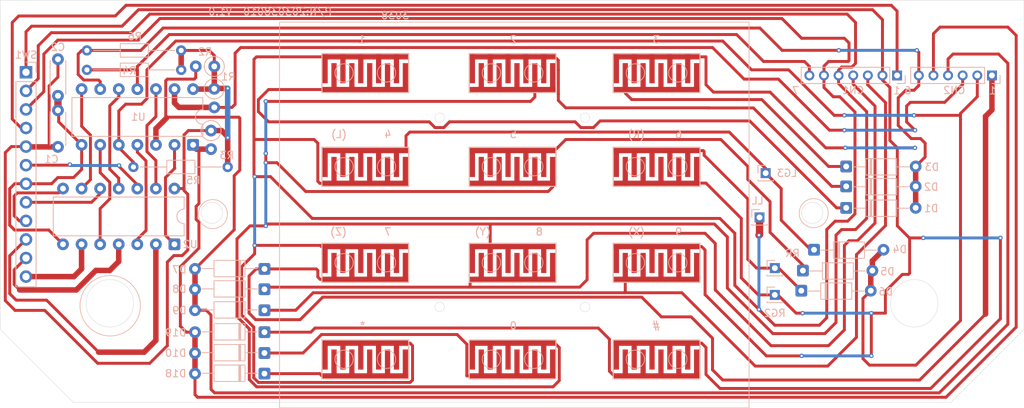
<source format=kicad_pcb>
(kicad_pcb (version 20241229) (generator "pcbnew") (generator_version "9.0")
  (layers (0 "F.Cu" signal) (2 "B.Cu" signal) (13 "F.Paste" user) (15 "B.Paste" user) (5 "F.SilkS" user "F.Silkscreen") (7 "B.SilkS" user "B.Silkscreen") (1 "F.Mask" user) (3 "B.Mask" user) (25 "Edge.Cuts" user))
  (net 0 "")
  (net 1 "GND")
  (net 2 "+5V")
  (net 3 "Y")
  (net 4 "X")
  (net 5 "Colunm 3")
  (net 6 "R2")
  (net 7 "Column 2")
  (net 8 "Column 1")
  (net 9 "Column 4")
  (net 10 "Z")
  (net 11 "R1")
  (net 12 "R4")
  (net 13 "R5")
  (net 14 "R3")
  (net 15 "R6")
  (net 16 "Net-(D1-K)")
  (net 17 "Net-(D2-K)")
  (net 18 "Net-(D3-K)")
  (net 19 "Net-(D4-K)")
  (net 20 "Net-(D5-K)")
  (net 21 "Net-(D6-K)")
  (net 22 "Net-(D10-K)")
  (net 23 "Net-(D18-K)")
  (net 24 "Net-(D19-K)")
  (net 25 "Row 2")
  (net 26 "Row 4")
  (net 27 "Row 3")
  (net 28 "Row 1")
  (net 29 "Row 5")
  (net 30 "Row 6")
  (net 31 "Net-(U1-Pad12)")
  (net 32 "Net-(U1-Pad4)")
  (net 33 "Net-(U1-Pad2)")
  (net 34 "Net-(U1-Pad8)")
  (net 35 "Net-(U1-Pad6)")
  (net 36 "Net-(U1-Pad10)")
  (footprint "Evan's parts:jaguar pro keypad" (layer "F.Cu") (at 89.761 46.907)
    (property "Reference" "S12" (hide yes))
    (property "Value" "#")
  )
  (footprint "Evan's parts:jaguar pro keypad" (layer "F.Cu") (at 49.931 46.907)
    (property "Reference" "S4" (hide yes))
    (property "Value" "*")
  )
  (footprint "Evan's parts:jaguar pro keypad" (layer "F.Cu") (at 70.071 20.567)
    (property "Reference" "S5" (hide yes))
    (property "Value" "5")
  )
  (footprint "Evan's parts:jaguar pro keypad" (layer "F.Cu") (at 70.071 33.697)
    (property "Reference" "S7" (hide yes))
    (property "Value" "8")
  )
  (footprint "Evan's parts:jaguar pro keypad" (layer "F.Cu") (at 49.931 20.567)
    (property "Reference" "S2" (hide yes))
    (property "Value" "4")
  )
  (footprint "Evan's parts:jaguar pro keypad" (layer "F.Cu") (at 49.931 7.747)
    (property "Reference" "S1" (hide yes))
    (property "Value" "1")
  )
  (footprint "Evan's parts:jaguar pro keypad" (layer "F.Cu") (at 89.761 7.747)
    (property "Reference" "S10" (hide yes))
    (property "Value" "3")
  )
  (footprint "Evan's parts:jaguar pro keypad" (layer "F.Cu") (at 89.761 20.567)
    (property "Reference" "S9" (hide yes))
    (property "Value" "6")
  )
  (footprint "Evan's parts:jaguar pro keypad" (layer "F.Cu") (at 89.761 33.697)
    (property "Reference" "S11" (hide yes))
    (property "Value" "9")
  )
  (footprint "Evan's parts:jaguar pro keypad" (layer "F.Cu") (at 49.931 33.697)
    (property "Reference" "S3" (hide yes))
    (property "Value" "7")
  )
  (footprint "Evan's parts:jaguar pro keypad" (layer "F.Cu") (at 70.071 7.747)
    (property "Reference" "S6" (hide yes))
    (property "Value" "2")
  )
  (footprint "Evan's parts:jaguar pro keypad" (layer "F.Cu") (at 70.071 46.907)
    (property "Reference" "S8" (hide yes))
    (property "Value" "0")
  )
  (footprint "Connector_PinHeader_2.00mm:PinHeader_1x07_P2.00mm_Vertical" (layer "B.Cu") (at 122.65 10.29 90)
    (property "Reference" "CN1")
    (property "Value" "Conn_01x07")
  )
  (footprint "Evan's parts:D_DO-35_SOD27_P9.50mm_Horizontal" (layer "B.Cu") (at 36.14 45.4 180)
    (property "Reference" "D19")
    (property "Value" "1N4148")
  )
  (footprint "Connector_PinHeader_2.00mm:PinHeader_1x06_P2.00mm_Vertical" (layer "B.Cu") (at 135.62 10.29 90)
    (property "Reference" "CN2")
    (property "Value" "Conn_01x06")
  )
  (footprint "Evan's parts:D_DO-35_SOD27_P9.50mm_Horizontal" (layer "B.Cu") (at 115.69 28.4)
    (property "Reference" "D1")
    (property "Value" "1N4148")
  )
  (footprint "Evan's parts:D_DO-35_SOD27_P9.50mm_Horizontal" (layer "B.Cu") (at 36.14 39.53 180)
    (property "Reference" "D8")
    (property "Value" "1N4148")
  )
  (footprint "Evan's parts:R_Axial_DIN0204_L3.6mm_D1.6mm_P12.89mm_Horizontal" (layer "B.Cu") (at 31.11 22.81 180)
    (property "Reference" "R5")
    (property "Value" "4.7k")
  )
  (footprint "Connector_PinSocket_2.00mm:PinSocket_1x01_P2.00mm_Vertical" (layer "B.Cu") (at 104.68 23.65 180)
    (property "Reference" "J3" (hide yes))
    (property "Value" "LG3")
  )
  (footprint "Resistor_THT:R_Axial_DIN0207_L6.3mm_D2.5mm_P2.54mm_Vertical" (layer "B.Cu") (at 29.28 9.05 180)
    (property "Reference" "R2")
    (property "Value" "4.7k")
  )
  (footprint "Connector_PinSocket_2.00mm:PinSocket_1x01_P2.00mm_Vertical" (layer "B.Cu") (at 103.84 29.7 180)
    (property "Reference" "J4" (hide yes))
    (property "Value" "LL")
  )
  (footprint "Connector_PinSocket_2.00mm:PinSocket_1x01_P2.00mm_Vertical" (layer "B.Cu") (at 105.93 36.64 180)
    (property "Reference" "J2" (hide yes))
    (property "Value" "RR")
  )
  (footprint "Evan's parts:D_DO-35_SOD27_P9.50mm_Horizontal" (layer "B.Cu") (at 36.14 42.4 180)
    (property "Reference" "D9")
    (property "Value" "1N4148")
  )
  (footprint "Package_DIP:DIP-14_W7.62mm" (layer "B.Cu") (at 23.83 33.38 90)
    (property "Reference" "U2")
    (property "Value" "74HC04")
  )
  (footprint "Evan's parts:D_DO-35_SOD27_P9.50mm_Horizontal" (layer "B.Cu") (at 115.69 22.74)
    (property "Reference" "D3")
    (property "Value" "1N4148")
  )
  (footprint "Evan's parts:R_Axial_DIN0204_L3.6mm_D1.6mm_P12.89mm_Horizontal" (layer "B.Cu") (at 24.75 9.53 180)
    (property "Reference" "R4")
    (property "Value" "4.7k")
  )
  (footprint "Evan's parts:D_DO-35_SOD27_P9.50mm_Horizontal" (layer "B.Cu") (at 109.77 36.98)
    (property "Reference" "D5")
    (property "Value" "1N4148")
  )
  (footprint "Evan's parts:D_DO-35_SOD27_P9.50mm_Horizontal" (layer "B.Cu") (at 36.14 48.25 180)
    (property "Reference" "D10")
    (property "Value" "1N4148")
  )
  (footprint "Capacitor_THT:C_Disc_D4.3mm_W1.9mm_P5.00mm" (layer "B.Cu") (at 7.9 8.07 -90)
    (property "Reference" "C2")
    (property "Value" "100nF")
  )
  (footprint "Resistor_THT:R_Axial_DIN0207_L6.3mm_D2.5mm_P2.54mm_Vertical" (layer "B.Cu") (at 28.83 17.83 -90)
    (property "Reference" "R3")
    (property "Value" "4.7k")
  )
  (footprint "Resistor_THT:R_Axial_DIN0207_L6.3mm_D2.5mm_P2.54mm_Vertical" (layer "B.Cu") (at 29.28 12.12 -90)
    (property "Reference" "R1")
    (property "Value" "4.7k")
  )
  (footprint "Evan's parts:R_Axial_DIN0204_L3.6mm_D1.6mm_P12.89mm_Horizontal" (layer "B.Cu") (at 24.75 6.87 180)
    (property "Reference" "R6")
    (property "Value" "4.7k")
  )
  (footprint "Evan's parts:D_DO-35_SOD27_P9.50mm_Horizontal" (layer "B.Cu") (at 111.29 34.13)
    (property "Reference" "D4")
    (property "Value" "1N4148")
  )
  (footprint "Connector_PinSocket_2.00mm:PinSocket_1x01_P2.00mm_Vertical" (layer "B.Cu") (at 105.93 40.3 180)
    (property "Reference" "J1" (hide yes))
    (property "Value" "RG2")
  )
  (footprint "Evan's parts:D_DO-35_SOD27_P9.50mm_Horizontal" (layer "B.Cu") (at 109.55 39.73)
    (property "Reference" "D6")
    (property "Value" "1N4148")
  )
  (footprint "Evan's parts:D_DO-35_SOD27_P9.50mm_Horizontal" (layer "B.Cu") (at 115.69 25.46)
    (property "Reference" "D2")
    (property "Value" "1N4148")
  )
  (footprint "Capacitor_THT:C_Disc_D4.3mm_W1.9mm_P5.00mm" (layer "B.Cu") (at 7.9 20.06 90)
    (property "Reference" "C1")
    (property "Value" "100nF")
  )
  (footprint "Package_DIP:DIP-14_W7.62mm" (layer "B.Cu") (at 26.38 19.78 90)
    (property "Reference" "U1")
    (property "Value" "74HC14")
  )
  (footprint "Evan's parts:D_DO-35_SOD27_P9.50mm_Horizontal" (layer "B.Cu") (at 36.14 51.07 180)
    (property "Reference" "D18")
    (property "Value" "1N4148")
  )
  (footprint "Connector_PinHeader_2.54mm:PinHeader_1x12_P2.54mm_Vertical" (layer "B.Cu") (at 3.53 9.86 180)
    (property "Reference" "SW1")
    (property "Value" "to console")
  )
  (footprint "Evan's parts:D_DO-35_SOD27_P9.50mm_Horizontal" (layer "B.Cu") (at 36.14 36.75 180)
    (property "Reference" "D7")
    (property "Value" "1N4148")
  )
  (gr_rect (start 38.2 3) (end 102.41 55.753) (stroke (width 0.1)) (fill no) (layer "B.SilkS"))
  (gr_circle (center 29.083 29.254136) (end 27.305 30.143136) (stroke (width 0.1)) (fill no) (layer "B.SilkS"))
  (gr_circle (center 15.04622 41.783) (end 11.449789 43.815) (stroke (width 0.1)) (fill no) (layer "B.SilkS"))
  (gr_circle (center 111.252 29.127136) (end 109.474 30.016136) (stroke (width 0.1)) (fill no) (layer "B.SilkS"))
  (gr_circle (center 125 41.45) (end 128.25 41.45) (stroke (width 0.05)) (fill no) (layer "Edge.Cuts"))
  (gr_circle (center 79.97 41.96) (end 80.62 41.96) (stroke (width 0.05)) (fill no) (layer "Edge.Cuts"))
  (gr_line (start 0 0) (end 0 45) (stroke (width 0.05)) (layer "Edge.Cuts"))
  (gr_circle (center 79.97 16.07) (end 80.62 16.07) (stroke (width 0.05)) (fill no) (layer "Edge.Cuts"))
  (gr_circle (center 60.1 16.07) (end 60.75 16.07) (stroke (width 0.05)) (fill no) (layer "Edge.Cuts"))
  (gr_line (start 10 55) (end 130 55) (stroke (width 0.05)) (layer "Edge.Cuts"))
  (gr_circle (center 111.05 29.09) (end 112.5 29.09) (stroke (width 0.05)) (fill no) (layer "Edge.Cuts"))
  (gr_line (start 0 45) (end 10 55) (stroke (width 0.05)) (layer "Edge.Cuts"))
  (gr_circle (center 60.1 41.96) (end 60.75 41.96) (stroke (width 0.05)) (fill no) (layer "Edge.Cuts"))
  (gr_line (start 0 0) (end 140 0) (stroke (width 0.05)) (layer "Edge.Cuts"))
  (gr_line (start 140 0) (end 140 45) (stroke (width 0.05)) (layer "Edge.Cuts"))
  (gr_line (start 140 45) (end 130 55) (stroke (width 0.05)) (layer "Edge.Cuts"))
  (gr_circle (center 15 41.45) (end 18.25 41.45) (stroke (width 0.05)) (fill no) (layer "Edge.Cuts"))
  (gr_circle (center 28.95 29.09) (end 30.4 29.09) (stroke (width 0.05)) (fill no) (layer "Edge.Cuts"))
  (gr_text "P/N:203038010  V1.0" (at 45.466 2.159 0) (layer "B.SilkS") (effects (font (size 1 1)) (justify left bottom mirror)))
  (gr_text "8" (at 74.295 32.258 0) (layer "B.SilkS") (effects (font (size 1 1)) (justify left bottom mirror)))
  (gr_text "3" (at 90.297 5.969 0) (layer "B.SilkS") (effects (font (size 1 1)) (justify left bottom mirror)))
  (gr_text "*" (at 50.038 45.085 0) (layer "B.SilkS") (effects (font (size 1 1)) (justify left bottom mirror)))
  (gr_text "7" (at 109.347 12.954 0) (layer "B.SilkS") (effects (font (size 1 1)) (justify left bottom mirror)))
  (gr_text "5" (at 70.739 18.923 0) (layer "B.SilkS") (effects (font (size 1 1)) (justify left bottom mirror)))
  (gr_text "6" (at 93.345 18.923 0) (layer "B.SilkS") (effects (font (size 1 1)) (justify left bottom mirror)))
  (gr_text "1" (at 136.271 12.954 0) (layer "B.SilkS") (effects (font (size 1 1)) (justify left bottom mirror)))
  (gr_text "2" (at 70.739 5.969 0) (layer "B.SilkS") (effects (font (size 1 1)) (justify left bottom mirror)))
  (gr_text "(R)" (at 88.265 18.923 0) (layer "B.SilkS") (effects (font (size 1 1)) (justify left bottom mirror)))
  (gr_text "3038" (at 56.007 2.667 0) (layer "B.SilkS") (effects (font (size 1 1)) (justify left bottom mirror)))
  (gr_text "1" (at 50.038 5.969 0) (layer "B.SilkS") (effects (font (size 1 1)) (justify left bottom mirror)))
  (gr_text "(X)" (at 88.265 32.258 0) (layer "B.SilkS") (effects (font (size 1 1)) (justify left bottom mirror)))
  (gr_text "(Y)" (at 67.183 32.258 0) (layer "B.SilkS") (effects (font (size 1 1)) (justify left bottom mirror)))
  (gr_text "1" (at 123.19 12.954 0) (layer "B.SilkS") (effects (font (size 1 1)) (justify left bottom mirror)))
  (gr_text "4" (at 53.594 18.923 0) (layer "B.SilkS") (effects (font (size 1 1)) (justify left bottom mirror)))
  (gr_text "9" (at 93.345 32.258 0) (layer "B.SilkS") (effects (font (size 1 1)) (justify left bottom mirror)))
  (gr_text "0" (at 70.739 45.085 0) (layer "B.SilkS") (effects (font (size 1 1)) (justify left bottom mirror)))
  (gr_text "#" (at 90.297 45.085 0) (layer "B.SilkS") (effects (font (size 1 1)) (justify left bottom mirror)))
  (gr_text "7" (at 53.594 32.258 0) (layer "B.SilkS") (effects (font (size 1 1)) (justify left bottom mirror)))
  (gr_text "(Z)" (at 47.498 32.258 0) (layer "B.SilkS") (effects (font (size 1 1)) (justify left bottom mirror)))
  (gr_text "(L)" (at 47.498 18.923 0) (layer "B.SilkS") (effects (font (size 1 1)) (justify left bottom mirror)))
  (gr_text "6" (at 124.714 12.954 0) (layer "B.SilkS") (effects (font (size 1 1)) (justify left bottom mirror)))
  (segment (start 7.874 24.257) (end 10.033 24.257) (width 0.4) (layer "F.Cu") (net 1))
  (segment (start 1.967 31.431) (end 1.302 30.766) (width 0.4) (layer "F.Cu") (net 1))
  (segment (start 6.641 31.431) (end 1.967 31.431) (width 0.4) (layer "F.Cu") (net 1))
  (segment (start 1.302 25.781) (end 1.983 25.1) (width 0.4) (layer "F.Cu") (net 1))
  (segment (start 10.033 24.257) (end 11.14 23.15) (width 0.4) (layer "F.Cu") (net 1))
  (segment (start 7.9 13.07) (end 7.9 15.06) (width 1) (layer "F.Cu") (net 1))
  (segment (start 8.001 16.641) (end 8.001 15.161) (width 0.4) (layer "F.Cu") (net 1))
  (segment (start 11.14 23.15) (end 11.14 19.78) (width 0.4) (layer "F.Cu") (net 1))
  (segment (start 1.302 30.766) (end 1.302 25.781) (width 0.4) (layer "F.Cu") (net 1))
  (segment (start 8.59 33.38) (end 6.641 31.431) (width 0.4) (layer "F.Cu") (net 1))
  (segment (start 11.14 19.78) (end 8.001 16.641) (width 0.4) (layer "F.Cu") (net 1))
  (segment (start 1.983 25.1) (end 3.53 25.1) (width 0.4) (layer "F.Cu") (net 1))
  (segment (start 8.001 15.161) (end 7.9 15.06) (width 0.4) (layer "F.Cu") (net 1))
  (segment (start 7.031 25.1) (end 7.874 24.257) (width 0.4) (layer "F.Cu") (net 1))
  (segment (start 3.53 25.1) (end 7.031 25.1) (width 0.4) (layer "F.Cu") (net 1))
  (segment (start 22.86 47.244) (end 22.86 35.814) (width 0.4) (layer "F.Cu") (net 2))
  (segment (start 3.57 20.06) (end 3.53 20.02) (width 0.75) (layer "F.Cu") (net 2))
  (segment (start 0.701 41.087) (end 2.032 42.418) (width 0.4) (layer "F.Cu") (net 2))
  (segment (start 6.731 20.06) (end 3.57 20.06) (width 0.75) (layer "F.Cu") (net 2))
  (segment (start 31.115 12.065) (end 29.335 12.065) (width 0.75) (layer "F.Cu") (net 2))
  (segment (start 6.699 11.716) (end 6.699 20.028) (width 0.4) (layer "F.Cu") (net 2))
  (segment (start 20.447 49.657) (end 22.86 47.244) (width 0.4) (layer "F.Cu") (net 2))
  (segment (start 2.032 42.418) (end 6.096 42.418) (width 0.4) (layer "F.Cu") (net 2))
  (segment (start 6.699 20.028) (end 6.731 20.06) (width 0.4) (layer "F.Cu") (net 2))
  (segment (start 23.749 34.925) (end 24.892 34.925) (width 0.4) (layer "F.Cu") (net 2))
  (segment (start 25.146 18.415) (end 25.146 25.908) (width 0.4) (layer "F.Cu") (net 2))
  (segment (start 7.9 8.07) (end 7.9 10.515) (width 0.4) (layer "F.Cu") (net 2))
  (segment (start 23.83 25.76) (end 24.998 25.76) (width 0.4) (layer "F.Cu") (net 2))
  (segment (start 22.86 35.814) (end 23.749 34.925) (width 0.4) (layer "F.Cu") (net 2))
  (segment (start 3.53 20.02) (end 1.524 20.02) (width 0.4) (layer "F.Cu") (net 2))
  (segment (start 7.9 20.06) (end 6.731 20.06) (width 0.75) (layer "F.Cu") (net 2))
  (segment (start 25.146 26.035) (end 25.146 25.908) (width 0.4) (layer "F.Cu") (net 2))
  (segment (start 0.701 20.828) (end 0.701 41.087) (width 0.4) (layer "F.Cu") (net 2))
  (segment (start 0.716 20.828) (end 1.524 20.02) (width 0.4) (layer "F.Cu") (net 2))
  (segment (start 30.276 17.83) (end 31.115 18.669) (width 0.75) (layer "F.Cu") (net 2))
  (segment (start 29.28 7.563) (end 29.28 9.05) (width 0.4) (layer "F.Cu") (net 2))
  (segment (start 29.28 12.12) (end 29.28 9.05) (width 0.75) (layer "F.Cu") (net 2))
  (segment (start 28.83 17.83) (end 30.276 17.83) (width 0.75) (layer "F.Cu") (net 2))
  (segment (start 7.9 10.515) (end 6.699 11.716) (width 0.4) (layer "F.Cu") (net 2))
  (segment (start 31.11 18.674) (end 31.11 18.796) (width 0.75) (layer "F.Cu") (net 2))
  (segment (start 26.38 12.16) (end 29.24 12.16) (width 0.75) (layer "F.Cu") (net 2))
  (segment (start 29.24 12.16) (end 29.28 12.12) (width 0.75) (layer "F.Cu") (net 2))
  (segment (start 24.75 6.87) (end 28.587 6.87) (width 0.4) (layer "F.Cu") (net 2))
  (segment (start 31.115 18.669) (end 31.11 18.674) (width 0.75) (layer "F.Cu") (net 2))
  (segment (start 31.11 18.796) (end 31.11 22.81) (width 0.75) (layer "F.Cu") (net 2))
  (segment (start 6.096 42.418) (end 13.335 49.657) (width 0.4) (layer "F.Cu") (net 2))
  (segment (start 25.731 17.83) (end 25.146 18.415) (width 0.4) (layer "F.Cu") (net 2))
  (segment (start 0.701 20.828) (end 0.716 20.828) (width 0.4) (layer "F.Cu") (net 2))
  (segment (start 24.75 6.87) (end 24.75 9.53) (width 0.75) (layer "F.Cu") (net 2))
  (segment (start 24.998 25.76) (end 25.146 25.908) (width 0.4) (layer "F.Cu") (net 2))
  (segment (start 24.892 34.925) (end 25.654 34.163) (width 0.4) (layer "F.Cu") (net 2))
  (segment (start 28.587 6.87) (end 29.28 7.563) (width 0.4) (layer "F.Cu") (net 2))
  (segment (start 25.654 26.543) (end 25.146 26.035) (width 0.4) (layer "F.Cu") (net 2))
  (segment (start 25.654 34.163) (end 25.654 26.543) (width 0.4) (layer "F.Cu") (net 2))
  (segment (start 29.335 12.065) (end 29.28 12.12) (width 0.75) (layer "F.Cu") (net 2))
  (segment (start 13.335 49.657) (end 20.447 49.657) (width 0.4) (layer "F.Cu") (net 2))
  (segment (start 28.83 17.83) (end 25.731 17.83) (width 0.4) (layer "F.Cu") (net 2))
  (via (at 31.11 18.796) (size 0.6) (drill 0.3) (layers "F.Cu" "B.Cu") (net 2))
  (via (at 31.115 12.065) (size 0.6) (drill 0.3) (layers "F.Cu" "B.Cu") (net 2))
  (segment (start 31.115 12.065) (end 31.11 12.07) (width 0.75) (layer "B.Cu") (net 2))
  (segment (start 31.11 18.796) (end 31.11 12.07) (width 0.75) (layer "B.Cu") (net 2))
  (segment (start 119.634 30.48) (end 117.221 32.893) (width 0.4) (layer "F.Cu") (net 3))
  (segment (start 96.393 31.877) (end 81.153 31.877) (width 0.4) (layer "F.Cu") (net 3))
  (segment (start 116.65 11.494) (end 119.634 14.478) (width 0.4) (layer "F.Cu") (net 3))
  (segment (start 81.153 31.877) (end 80.264 32.766) (width 0.4) (layer "F.Cu") (net 3))
  (segment (start 64.703 38.167) (end 64.262 38.608) (width 0.4) (layer "F.Cu") (net 3))
  (segment (start 36.427 39.243) (end 36.14 39.53) (width 0.4) (layer "F.Cu") (net 3))
  (segment (start 116.078 32.893) (end 115.443 33.528) (width 0.4) (layer "F.Cu") (net 3))
  (segment (start 97.79 39.624) (end 97.79 33.274) (width 0.4) (layer "F.Cu") (net 3))
  (segment (start 105.41 47.244) (end 97.79 39.624) (width 0.4) (layer "F.Cu") (net 3))
  (segment (start 80.264 38.227) (end 79.248 39.243) (width 0.4) (layer "F.Cu") (net 3))
  (segment (start 119.634 14.478) (end 119.634 30.48) (width 0.4) (layer "F.Cu") (net 3))
  (segment (start 117.221 32.893) (end 116.078 32.893) (width 0.4) (layer "F.Cu") (net 3))
  (segment (start 115.443 33.528) (end 115.443 45.085) (width 0.4) (layer "F.Cu") (net 3))
  (segment (start 97.79 33.274) (end 96.393 31.877) (width 0.4) (layer "F.Cu") (net 3))
  (segment (start 64.262 38.608) (end 64.262 39.243) (width 0.4) (layer "F.Cu") (net 3))
  (segment (start 113.284 47.244) (end 105.41 47.244) (width 0.4) (layer "F.Cu") (net 3))
  (segment (start 115.443 45.085) (end 113.284 47.244) (width 0.4) (layer "F.Cu") (net 3))
  (segment (start 64.262 39.243) (end 36.427 39.243) (width 0.4) (layer "F.Cu") (net 3))
  (segment (start 70.071 38.167) (end 64.703 38.167) (width 0.4) (layer "F.Cu") (net 3))
  (segment (start 116.65 10.29) (end 116.65 11.494) (width 0.4) (layer "F.Cu") (net 3))
  (segment (start 80.264 32.766) (end 80.264 38.227) (width 0.4) (layer "F.Cu") (net 3))
  (segment (start 79.248 39.243) (end 64.262 39.243) (width 0.4) (layer "F.Cu") (net 3))
  (segment (start 118.65 10.29) (end 118.65 11.525) (width 0.4) (layer "F.Cu") (net 4))
  (segment (start 118.65 11.525) (end 118.618 11.557) (width 0.4) (layer "F.Cu") (net 4))
  (segment (start 85.344 40.008) (end 42.796 40.008) (width 0.4) (layer "F.Cu") (net 4))
  (segment (start 42.796 40.008) (end 40.404 42.4) (width 0.4) (layer "F.Cu") (net 4))
  (segment (start 113.157 50.038) (end 103.251 50.038) (width 0.4) (layer "F.Cu") (net 4))
  (segment (start 85.481 36.542) (end 85.481 39.871) (width 0.4) (layer "F.Cu") (net 4))
  (segment (start 93.221 40.008) (end 85.344 40.008) (width 0.4) (layer "F.Cu") (net 4))
  (segment (start 40.404 42.4) (end 36.14 42.4) (width 0.4) (layer "F.Cu") (net 4))
  (segment (start 103.251 50.038) (end 93.221 40.008) (width 0.4) (layer "F.Cu") (net 4))
  (segment (start 117.094 34.798) (end 117.094 46.101) (width 0.4) (layer "F.Cu") (net 4))
  (segment (start 118.618 11.557) (end 121.065 14.004) (width 0.4) (layer "F.Cu") (net 4))
  (segment (start 85.481 39.871) (end 85.344 40.008) (width 0.4) (layer "F.Cu") (net 4))
  (segment (start 117.094 46.101) (end 113.157 50.038) (width 0.4) (layer "F.Cu") (net 4))
  (segment (start 121.065 30.827) (end 117.094 34.798) (width 0.4) (layer "F.Cu") (net 4))
  (segment (start 121.065 14.004) (end 121.065 30.827) (width 0.4) (layer "F.Cu") (net 4))
  (segment (start 112.65 10.29) (end 112.65 11.939) (width 0.4) (layer "F.Cu") (net 5))
  (segment (start 105.918 44.45) (end 103.759 42.291) (width 0.4) (layer "F.Cu") (net 5))
  (segment (start 113.284 8.382) (end 112.65 9.016) (width 0.4) (layer "F.Cu") (net 5))
  (segment (start 43.434 19.558) (end 42.926 19.05) (width 0.4) (layer "F.Cu") (net 5))
  (segment (start 35.31342 52.271) (end 56.059 52.271) (width 0.4) (layer "F.Cu") (net 5))
  (segment (start 34.798 34.671) (end 34.798 33.528) (width 0.4) (layer "F.Cu") (net 5))
  (segment (start 5.969 7.366) (end 7.874 5.461) (width 0.4) (layer "F.Cu") (net 5))
  (segment (start 34.705 8.094) (end 34.705 19.177) (width 0.4) (layer "F.Cu") (net 5))
  (segment (start 7.874 5.461) (end 18.887 5.461) (width 0.4) (layer "F.Cu") (net 5))
  (segment (start 43.942 33.697) (end 49.931 33.697) (width 0.4) (layer "F.Cu") (net 5))
  (segment (start 34.705 24.037) (end 34.798 24.13) (width 0.4) (layer "F.Cu") (net 5))
  (segment (start 115.89158 30.226) (end 114.173 30.226) (width 0.4) (layer "F.Cu") (net 5))
  (segment (start 56.051 46.907) (end 49.931 46.907) (width 0.4) (layer "F.Cu") (net 5))
  (segment (start 112.65 9.016) (end 112.65 10.29) (width 0.4) (layer "F.Cu") (net 5))
  (segment (start 5.969 12.501) (end 5.969 7.366) (width 0.4) (layer "F.Cu") (net 5))
  (segment (start 56.388 51.942) (end 56.388 47.244) (width 0.4) (layer "F.Cu") (net 5))
  (segment (start 43.434 24.765) (end 43.434 19.558) (width 0.4) (layer "F.Cu") (net 5))
  (segment (start 113.03 31.369) (end 113.03 43.434) (width 0.4) (layer "F.Cu") (net 5))
  (segment (start 21.844 2.504) (end 106.898 2.504) (width 0.4) (layer "F.Cu") (net 5))
  (segment (start 56.059 52.271) (end 56.388 51.942) (width 0.4) (layer "F.Cu") (net 5))
  (segment (start 103.84 29.7) (end 103.84 32.05) (width 1) (layer "F.Cu") (net 5))
  (segment (start 33.02 36.449) (end 33.02 43.053) (width 0.4) (layer "F.Cu") (net 5))
  (segment (start 18.887 5.461) (end 21.844 2.504) (width 0.4) (layer "F.Cu") (net 5))
  (segment (start 36.957 24.13) (end 34.798 24.13) (width 0.4) (layer "F.Cu") (net 5))
  (segment (start 115.443 5.207) (end 116.078 5.842) (width 0.4) (layer "F.Cu") (net 5))
  (segment (start 112.014 44.45) (end 105.918 44.45) (width 0.4) (layer "F.Cu") (net 5))
  (segment (start 116.078 8.255) (end 115.951 8.382) (width 0.4) (layer "F.Cu") (net 5))
  (segment (start 56.388 47.244) (end 56.051 46.907) (width 0.4) (layer "F.Cu") (net 5))
  (segment (start 100.457 38.989) (end 100.457 31.877) (width 0.4) (layer "F.Cu") (net 5))
  (segment (start 42.672 29.845) (end 36.957 24.13) (width 0.4) (layer "F.Cu") (net 5))
  (segment (start 114.808 13.208) (end 116.891 15.291) (width 0.4) (layer "F.Cu") (net 5))
  (segment (start 34.705 19.177) (end 34.705 24.037) (width 0.4) (layer "F.Cu") (net 5))
  (segment (start 106.898 2.504) (end 109.601 5.207) (width 0.4) (layer "F.Cu") (net 5))
  (segment (start 3.53 14.94) (end 5.969 12.501) (width 0.4) (layer "F.Cu") (net 5))
  (segment (start 49.931 25.037) (end 43.706 25.037) (width 0.4) (layer "F.Cu") (net 5))
  (segment (start 116.891 29.22658) (end 115.89158 30.226) (width 0.4) (layer "F.Cu") (net 5))
  (segment (start 103.759 42.291) (end 100.457 38.989) (width 0.4) (layer "F.Cu") (net 5))
  (segment (start 34.832 19.05) (end 34.705 19.177) (width 0.4) (layer "F.Cu") (net 5))
  (segment (start 35.052 7.747) (end 34.705 8.094) (width 0.4) (layer "F.Cu") (net 5))
  (segment (start 115.951 8.382) (end 113.284 8.382) (width 0.4) (layer "F.Cu") (net 5))
  (segment (start 103.84 32.05) (end 103.759 32.131) (width 1) (layer "F.Cu") (net 5))
  (segment (start 42.926 19.05) (end 34.832 19.05) (width 0.4) (layer "F.Cu") (net 5))
  (segment (start 34.798 33.528) (end 43.773 33.528) (width 0.4) (layer "F.Cu") (net 5))
  (segment (start 113.919 13.208) (end 114.808 13.208) (width 0.4) (layer "F.Cu") (net 5))
  (segment (start 113.03 43.434) (end 112.014 44.45) (width 0.4) (layer "F.Cu") (net 5))
  (segment (start 33.02 36.449) (end 34.798 34.671) (width 0.4) (layer "F.Cu") (net 5))
  (segment (start 34.671 51.62858) (end 35.31342 52.271) (width 0.4) (layer "F.Cu") (net 5))
  (segment (start 34.671 44.704) (end 34.671 51.62858) (width 0.4) (layer "F.Cu") (net 5))
  (segment (start 114.173 30.226) (end 113.03 31.369) (width 0.4) (layer "F.Cu") (net 5))
  (segment (start 100.457 31.877) (end 98.425 29.845) (width 0.4) (layer "F.Cu") (net 5))
  (segment (start 49.931 7.747) (end 35.052 7.747) (width 0.4) (layer "F.Cu") (net 5))
  (segment (start 33.02 43.053) (end 34.671 44.704) (width 0.4) (layer "F.Cu") (net 5))
  (segment (start 98.425 29.845) (end 42.672 29.845) (width 0.4) (layer "F.Cu") (net 5))
  (segment (start 116.078 5.842) (end 116.078 8.255) (width 0.4) (layer "F.Cu") (net 5))
  (segment (start 116.891 15.291) (end 116.891 29.22658) (width 0.4) (layer "F.Cu") (net 5))
  (segment (start 109.601 5.207) (end 115.443 5.207) (width 0.4) (layer "F.Cu") (net 5))
  (segment (start 112.65 11.939) (end 113.919 13.208) (width 0.4) (layer "F.Cu") (net 5))
  (segment (start 43.773 33.528) (end 43.942 33.697) (width 0.4) (layer "F.Cu") (net 5))
  (segment (start 43.706 25.037) (end 43.434 24.765) (width 0.4) (layer "F.Cu") (net 5))
  (via (at 34.798 24.13) (size 0.6) (drill 0.3) (layers "F.Cu" "B.Cu") (net 5))
  (via (at 103.759 42.291) (size 0.6) (drill 0.3) (layers "F.Cu" "B.Cu") (net 5))
  (via (at 103.759 32.131) (size 0.6) (drill 0.3) (layers "F.Cu" "B.Cu") (net 5))
  (via (at 34.798 33.528) (size 0.6) (drill 0.3) (layers "F.Cu" "B.Cu") (net 5))
  (segment (start 34.798 33.528) (end 34.798 24.13) (width 0.4) (layer "B.Cu") (net 5))
  (segment (start 103.759 32.131) (end 103.759 42.291) (width 0.4) (layer "B.Cu") (net 5))
  (segment (start 23.114 4.699) (end 18.76 9.053) (width 0.4) (layer "F.Cu") (net 6))
  (segment (start 18.76 9.053) (end 18.76 10.16) (width 0.4) (layer "F.Cu") (net 6))
  (segment (start 109.982 8.382) (end 104.394 8.382) (width 0.4) (layer "F.Cu") (net 6))
  (segment (start 18.76 10.16) (end 18.76 12.16) (width 0.4) (layer "F.Cu") (net 6))
  (segment (start 18.76 9.616) (end 18.76 10.16) (width 0.4) (layer "F.Cu") (net 6))
  (segment (start 18.669 9.525) (end 18.76 9.616) (width 0.4) (layer "F.Cu") (net 6))
  (segment (start 104.394 8.382) (end 100.711 4.699) (width 0.4) (layer "F.Cu") (net 6))
  (segment (start 110.65 9.05) (end 109.982 8.382) (width 0.4) (layer "F.Cu") (net 6))
  (segment (start 11.86 9.53) (end 18.664 9.53) (width 0.4) (layer "F.Cu") (net 6))
  (segment (start 110.65 10.29) (end 110.65 9.05) (width 0.4) (layer "F.Cu") (net 6))
  (segment (start 100.711 4.699) (end 23.114 4.699) (width 0.4) (layer "F.Cu") (net 6))
  (segment (start 18.664 9.53) (end 18.669 9.525) (width 0.4) (layer "F.Cu") (net 6))
  (segment (start 34.07 51.877522) (end 35.064478 52.872) (width 0.4) (layer "F.Cu") (net 7))
  (segment (start 36.322 13.843) (end 72.517 13.843) (width 0.4) (layer "F.Cu") (net 7))
  (segment (start 114.65 11.399) (end 118.491 15.24) (width 0.4) (layer "F.Cu") (net 7))
  (segment (start 99.441 39.37) (end 99.441 32.385) (width 0.4) (layer "F.Cu") (net 7))
  (segment (start 75.551 23.412) (end 75.551 25.541) (width 0.4) (layer "F.Cu") (net 7))
  (segment (start 99.441 32.385) (end 97.663 30.607) (width 0.4) (layer "F.Cu") (net 7))
  (segment (start 35.064478 52.872) (end 75.598 52.872) (width 0.4) (layer "F.Cu") (net 7))
  (segment (start 74.93 26.162) (end 41.783 26.162) (width 0.4) (layer "F.Cu") (net 7))
  (segment (start 75.598 52.872) (end 76.454 52.016) (width 0.4) (layer "F.Cu") (net 7))
  (segment (start 6.985 4.445) (end 17.905 4.445) (width 0.4) (layer "F.Cu") (net 7))
  (segment (start 36.322 30.861) (end 34.163 30.861) (width 0.4) (layer "F.Cu") (net 7))
  (segment (start 114.3 44.069) (end 112.776 45.593) (width 0.4) (layer "F.Cu") (net 7))
  (segment (start 34.163 30.861) (end 32.385 32.639) (width 0.4) (layer "F.Cu") (net 7))
  (segment (start 32.385 32.639) (end 32.385 43.267942) (width 0.4) (layer "F.Cu") (net 7))
  (segment (start 105.664 45.593) (end 99.441 39.37) (width 0.4) (layer "F.Cu") (net 7))
  (segment (start 73.111 13.249) (end 73.111 10.592) (width 0.4) (layer "F.Cu") (net 7))
  (segment (start 67.011 30.652) (end 67.056 30.607) (width 0.4) (layer "F.Cu") (net 7))
  (segment (start 115.062 9.144) (end 114.65 9.556) (width 0.4) (layer "F.Cu") (net 7))
  (segment (start 118.491 15.24) (end 118.491 29.845) (width 0.4) (layer "F.Cu") (net 7))
  (segment (start 5.207 6.223) (end 6.985 4.445) (width 0.4) (layer "F.Cu") (net 7))
  (segment (start 32.385 43.267942) (end 34.07 44.952942) (width 0.4) (layer "F.Cu") (net 7))
  (segment (start 116.459 9.144) (end 115.062 9.144) (width 0.4) (layer "F.Cu") (net 7))
  (segment (start 20.447 1.903) (end 115.822 1.903) (width 0.4) (layer "F.Cu") (net 7))
  (segment (start 115.822 1.903) (end 116.967 3.048) (width 0.4) (layer "F.Cu") (net 7))
  (segment (start 72.517 13.843) (end 73.111 13.249) (width 0.4) (layer "F.Cu") (net 7))
  (segment (start 41.783 26.162) (end 37.846 22.225) (width 0.4) (layer "F.Cu") (net 7))
  (segment (start 36.322 22.225) (end 36.322 20.955) (width 0.4) (layer "F.Cu") (net 7))
  (segment (start 115.062 31.369) (end 114.3 32.131) (width 0.4) (layer "F.Cu") (net 7))
  (segment (start 76.454 47.508) (end 75.853 46.907) (width 0.4) (layer "F.Cu") (net 7))
  (segment (start 3.53 12.4) (end 5.207 10.723) (width 0.4) (layer "F.Cu") (net 7))
  (segment (start 112.776 45.593) (end 105.664 45.593) (width 0.4) (layer "F.Cu") (net 7))
  (segment (start 118.491 29.845) (end 116.967 31.369) (width 0.4) (layer "F.Cu") (net 7))
  (segment (start 97.663 30.607) (end 67.056 30.607) (width 0.4) (layer "F.Cu") (net 7))
  (segment (start 67.011 35.322) (end 67.011 30.652) (width 0.4) (layer "F.Cu") (net 7))
  (segment (start 17.905 4.445) (end 20.447 1.903) (width 0.4) (layer "F.Cu") (net 7))
  (segment (start 76.454 52.016) (end 76.454 47.508) (width 0.4) (layer "F.Cu") (net 7))
  (segment (start 116.967 3.048) (end 116.967 8.636) (width 0.4) (layer "F.Cu") (net 7))
  (segment (start 37.846 22.225) (end 36.322 22.225) (width 0.4) (layer "F.Cu") (net 7))
  (segment (start 114.65 10.29) (end 114.65 11.399) (width 0.4) (layer "F.Cu") (net 7))
  (segment (start 36.576 30.607) (end 36.322 30.861) (width 0.4) (layer "F.Cu") (net 7))
  (segment (start 116.967 8.636) (end 116.459 9.144) (width 0.4) (layer "F.Cu") (net 7))
  (segment (start 114.65 9.556) (end 114.65 10.29) (width 0.4) (layer "F.Cu") (net 7))
  (segment (start 5.207 10.723) (end 5.207 6.223) (width 0.4) (layer "F.Cu") (net 7))
  (segment (start 75.853 46.907) (end 70.071 46.907) (width 0.4) (layer "F.Cu") (net 7))
  (segment (start 67.056 30.607) (end 36.576 30.607) (width 0.4) (layer "F.Cu") (net 7))
  (segment (start 114.3 32.131) (end 114.3 44.069) (width 0.4) (layer "F.Cu") (net 7))
  (segment (start 75.551 25.541) (end 74.93 26.162) (width 0.4) (layer "F.Cu") (net 7))
  (segment (start 34.07 44.952942) (end 34.07 51.877522) (width 0.4) (layer "F.Cu") (net 7))
  (segment (start 116.967 31.369) (end 115.062 31.369) (width 0.4) (layer "F.Cu") (net 7))
  (via (at 36.322 20.955) (size 0.6) (drill 0.3) (layers "F.Cu" "B.Cu") (net 7))
  (via (at 36.322 22.225) (size 0.6) (drill 0.3) (layers "F.Cu" "B.Cu") (net 7))
  (via (at 36.322 13.843) (size 0.6) (drill 0.3) (layers "F.Cu" "B.Cu") (net 7))
  (via (at 36.322 30.861) (size 0.6) (drill 0.3) (layers "F.Cu" "B.Cu") (net 7))
  (segment (start 36.322 30.861) (end 36.322 22.225) (width 0.4) (layer "B.Cu") (net 7))
  (segment (start 36.322 20.955) (end 36.322 13.843) (width 0.4) (layer "B.Cu") (net 7))
  (segment (start 95.927 33.697) (end 89.761 33.697) (width 0.4) (layer "F.Cu") (net 8))
  (segment (start 121.049 40.386) (end 121.049 42.799) (width 0.4) (layer "F.Cu") (net 8))
  (segment (start 120.65 10.922) (end 121.158 11.43) (width 0.4) (layer "F.Cu") (net 8))
  (segment (start 115.57 20.193) (end 112.903 20.193) (width 0.4) (layer "F.Cu") (net 8))
  (segment (start 103.673 40.3) (end 101.346 37.973) (width 0.4) (layer "F.Cu") (net 8))
  (segment (start 105.93 40.3) (end 103.673 40.3) (width 0.4) (layer "F.Cu") (net 8))
  (segment (start 105.283 12.573) (end 97.536 12.573) (width 0.4) (layer "F.Cu") (net 8))
  (segment (start 121.049 39.813442) (end 121.049 40.386) (width 0.4) (layer "F.Cu") (net 8))
  (segment (start 109.601 48.641) (end 104.775 48.641) (width 0.4) (layer "F.Cu") (net 8))
  (segment (start 119.285 1.302) (end 120.65 2.667) (width 0.4) (layer "F.Cu") (net 8))
  (segment (start 96.52 11.557) (end 96.52 7.747) (width 0.4) (layer "F.Cu") (net 8))
  (segment (start 16.669 3.556) (end 18.923 1.302) (width 0.4) (layer "F.Cu") (net 8))
  (segment (start 18.923 1.302) (end 119.285 1.302) (width 0.4) (layer "F.Cu") (net 8))
  (segment (start 3.53 4.318) (end 4.292 3.556) (width 0.4) (layer "F.Cu") (net 8))
  (segment (start 124.367 32.546) (end 124.367 37.338) (width 0.4) (layer "F.Cu") (net 8))
  (segment (start 120.65 2.667) (end 120.65 10.29) (width 0.4) (layer "F.Cu") (net 8))
  (segment (start 121.049 42.799) (end 119.126 42.799) (width 0.4) (layer "F.Cu") (net 8))
  (segment (start 127.243 53.097) (end 98.436 53.097) (width 0.4) (layer "F.Cu") (net 8))
  (segment (start 89.779 25.019) (end 89.761 25.037) (width 0.4) (layer "F.Cu") (net 8))
  (segment (start 121.158 11.43) (end 121.666 11.938) (width 0.4) (layer "F.Cu") (net 8))
  (segment (start 119.126 42.799) (end 119.126 48.641) (width 0.4) (layer "F.Cu") (net 8))
  (segment (start 96.52 7.747) (end 89.761 7.747) (width 0.4) (layer "F.Cu") (net 8))
  (segment (start 106.34 40.3) (end 105.93 40.3) (width 0.4) (layer "F.Cu") (net 8))
  (segment (start 112.903 20.193) (end 105.283 12.573) (width 0.4) (layer "F.Cu") (net 8))
  (segment (start 96.52 47.498) (end 95.929 46.907) (width 0.4) (layer "F.Cu") (net 8))
  (segment (start 124.333 32.512) (end 124.367 32.546) (width 0.4) (layer "F.Cu") (net 8))
  (segment (start 108.839 42.799) (end 106.34 40.3) (width 0.4) (layer "F.Cu") (net 8))
  (segment (start 101.346 37.973) (end 101.346 29.845) (width 0.4) (layer "F.Cu") (net 8))
  (segment (start 109.728 42.799) (end 108.839 42.799) (width 0.4) (layer "F.Cu") (net 8))
  (segment (start 97.536 12.573) (end 96.52 11.557) (width 0.4) (layer "F.Cu") (net 8))
  (segment (start 136.779 43.561) (end 127.243 53.097) (width 0.4) (layer "F.Cu") (net 8))
  (segment (start 136.779 32.512) (end 136.779 43.561) (width 0.4) (layer "F.Cu") (net 8))
  (segment (start 96.393 34.163) (end 95.927 33.697) (width 0.4) (layer "F.Cu") (net 8))
  (segment (start 95.929 46.907) (end 89.761 46.907) (width 0.4) (layer "F.Cu") (net 8))
  (segment (start 96.393 40.259) (end 96.393 34.163) (width 0.4) (layer "F.Cu") (net 8))
  (segment (start 121.666 19.177) (end 122.428 19.939) (width 0.4) (layer "F.Cu") (net 8))
  (segment (start 122.682 21.844) (end 122.682 30.861) (width 0.4) (layer "F.Cu") (net 8))
  (segment (start 96.52 25.019) (end 89.779 25.019) (width 0.4) (layer "F.Cu") (net 8))
  (segment (start 124.333 32.512) (end 126.238 32.512) (width 0.4) (layer "F.Cu") (net 8))
  (segment (start 3.53 9.86) (end 3.53 4.318) (width 0.4) (layer "F.Cu") (net 8))
  (segment (start 121.666 11.938) (end 121.666 12.065) (width 0.4) (layer "F.Cu") (net 8))
  (segment (start 122.682 20.193) (end 122.682 21.844) (width 0.4) (layer "F.Cu") (net 8))
  (segment (start 104.775 48.641) (end 96.393 40.259) (width 0.4) (layer "F.Cu") (net 8))
  (segment (start 124.367 37.338) (end 124.206 37.499) (width 0.4) (layer "F.Cu") (net 8))
  (segment (start 123.363442 37.499) (end 121.049 39.813442) (width 0.4) (layer "F.Cu") (net 8))
  (segment (start 4.292 3.556) (end 16.669 3.556) (width 0.4) (layer "F.Cu") (net 8))
  (segment (start 101.346 29.845) (end 96.52 25.019) (width 0.4) (layer "F.Cu") (net 8))
  (segment (start 121.666 12.065) (end 121.666 19.177) (width 0.4) (layer "F.Cu") (net 8))
  (segment (start 122.682 20.193) (end 125.095 20.193) (width 0.4) (layer "F.Cu") (net 8))
  (segment (start 124.206 37.499) (end 123.363442 37.499) (width 0.4) (layer "F.Cu") (net 8))
  (segment (start 98.436 53.097) (end 96.52 51.181) (width 0.4) (layer "F.Cu") (net 8))
  (segment (start 122.682 30.861) (end 124.333 32.512) (width 0.4) (layer "F.Cu") (net 8))
  (segment (start 96.52 51.181) (end 96.52 47.498) (width 0.4) (layer "F.Cu") (net 8))
  (segment (start 122.428 19.939) (end 122.682 20.193) (width 0.4) (layer "F.Cu") (net 8))
  (segment (start 120.65 10.29) (end 120.65 10.922) (width 0.4) (layer "F.Cu") (net 8))
  (via (at 109.601 48.641) (size 0.6) (drill 0.3) (layers "F.Cu" "B.Cu") (net 8))
  (via (at 115.57 20.193) (size 0.6) (drill 0.3) (layers "F.Cu" "B.Cu") (net 8))
  (via (at 119.126 42.799) (size 0.6) (drill 0.3) (layers "F.Cu" "B.Cu") (net 8))
  (via (at 125.095 20.193) (size 0.6) (drill 0.3) (layers "F.Cu" "B.Cu") (net 8))
  (via (at 119.126 48.641) (size 0.6) (drill 0.3) (layers "F.Cu" "B.Cu") (net 8))
  (via (at 109.728 42.799) (size 0.6) (drill 0.3) (layers "F.Cu" "B.Cu") (net 8))
  (via (at 126.238 32.512) (size 0.6) (drill 0.3) (layers "F.Cu" "B.Cu") (net 8))
  (via (at 136.779 32.512) (size 0.6) (drill 0.3) (layers "F.Cu" "B.Cu") (net 8))
  (segment (start 119.126 48.641) (end 109.601 48.641) (width 0.4) (layer "B.Cu") (net 8))
  (segment (start 109.728 42.799) (end 119.126 42.799) (width 0.4) (layer "B.Cu") (net 8))
  (segment (start 136.525 32.512) (end 136.779 32.512) (width 0.4) (layer "B.Cu") (net 8))
  (segment (start 126.238 32.512) (end 136.525 32.512) (width 0.4) (layer "B.Cu") (net 8))
  (segment (start 125.095 20.193) (end 115.57 20.193) (width 0.4) (layer "B.Cu") (net 8))
  (segment (start 121.859 0.701) (end 17.206 0.701) (width 0.4) (layer "F.Cu") (net 9))
  (segment (start 2.54 2.159) (end 1.651 3.048) (width 0.4) (layer "F.Cu") (net 9))
  (segment (start 15.748 2.159) (end 2.54 2.159) (width 0.4) (layer "F.Cu") (net 9))
  (segment (start 1.651 16.256) (end 2.875 17.48) (width 0.4) (layer "F.Cu") (net 9))
  (segment (start 122.65 10.29) (end 122.65 1.492) (width 0.4) (layer "F.Cu") (net 9))
  (segment (start 17.206 0.701) (end 15.748 2.159) (width 0.4) (layer "F.Cu") (net 9))
  (segment (start 1.651 3.048) (end 1.651 16.256) (width 0.4) (layer "F.Cu") (net 9))
  (segment (start 122.65 1.492) (end 121.859 0.701) (width 0.4) (layer "F.Cu") (net 9))
  (segment (start 2.875 17.48) (end 3.53 17.48) (width 0.4) (layer "F.Cu") (net 9))
  (segment (start 43.227 36.75) (end 43.434 36.957) (width 0.4) (layer "F.Cu") (net 10))
  (segment (start 36.14 36.75) (end 35.005 36.75) (width 0.4) (layer "F.Cu") (net 10))
  (segment (start 94.488 43.307) (end 97.409 46.228) (width 0.4) (layer "F.Cu") (net 10))
  (segment (start 34.925 43.688) (end 41.021 43.688) (width 0.4) (layer "F.Cu") (net 10))
  (segment (start 35.005 36.75) (end 34.036 37.719) (width 0.4) (layer "F.Cu") (net 10))
  (segment (start 90.424 43.307) (end 94.488 43.307) (width 0.4) (layer "F.Cu") (net 10))
  (segment (start 134.747 15.875) (end 134.747 42.926) (width 0.75) (layer "F.Cu") (net 10))
  (segment (start 34.036 42.799) (end 34.925 43.688) (width 0.4) (layer "F.Cu") (net 10))
  (segment (start 98.806 51.943) (end 125.73 51.943) (width 0.4) (layer "F.Cu") (net 10))
  (segment (start 135.62 15.002) (end 134.747 15.875) (width 0.75) (layer "F.Cu") (net 10))
  (segment (start 43.434 37.846) (end 43.755 38.167) (width 0.4) (layer "F.Cu") (net 10))
  (segment (start 34.036 37.719) (end 34.036 42.799) (width 0.4) (layer "F.Cu") (net 10))
  (segment (start 43.755 38.167) (end 49.931 38.167) (width 0.4) (layer "F.Cu") (net 10))
  (segment (start 87.726 40.609) (end 90.424 43.307) (width 0.4) (layer "F.Cu") (net 10))
  (segment (start 36.14 36.75) (end 43.227 36.75) (width 0.4) (layer "F.Cu") (net 10))
  (segment (start 97.409 50.546) (end 98.806 51.943) (width 0.4) (layer "F.Cu") (net 10))
  (segment (start 43.434 36.957) (end 43.434 37.846) (width 0.4) (layer "F.Cu") (net 10))
  (segment (start 125.73 51.943) (end 134.747 42.926) (width 0.4) (layer "F.Cu") (net 10))
  (segment (start 44.1 40.609) (end 87.726 40.609) (width 0.4) (layer "F.Cu") (net 10))
  (segment (start 135.62 10.29) (end 135.62 15.002) (width 0.75) (layer "F.Cu") (net 10))
  (segment (start 41.021 43.688) (end 44.1 40.609) (width 0.4) (layer "F.Cu") (net 10))
  (segment (start 97.409 46.228) (end 97.409 50.546) (width 0.4) (layer "F.Cu") (net 10))
  (segment (start 123.952 16.637) (end 125.095 17.78) (width 0.4) (layer "F.Cu") (net 11))
  (segment (start 106.426 10.795) (end 101.727 10.795) (width 0.4) (layer "F.Cu") (net 11))
  (segment (start 131.62 10.29) (end 131.62 11.509) (width 0.4) (layer "F.Cu") (net 11))
  (segment (start 32.131 14.224) (end 31.695 14.66) (width 0.4) (layer "F.Cu") (net 11))
  (segment (start 131.62 11.509) (end 129.159 13.97) (width 0.4) (layer "F.Cu") (net 11))
  (segment (start 23.84 14.061) (end 24.439 14.66) (width 0.75) (layer "F.Cu") (net 11))
  (segment (start 32.893 6.477) (end 32.131 7.239) (width 0.4) (layer "F.Cu") (net 11))
  (segment (start 24.439 14.66) (end 29.28 14.66) (width 0.75) (layer "F.Cu") (net 11))
  (segment (start 113.411 17.78) (end 106.426 10.795) (width 0.4) (layer "F.Cu") (net 11))
  (segment (start 129.159 13.97) (end 124.46 13.97) (width 0.4) (layer "F.Cu") (net 11))
  (segment (start 115.443 17.78) (end 113.411 17.78) (width 0.4) (layer "F.Cu") (net 11))
  (segment (start 124.46 13.97) (end 123.952 14.478) (width 0.4) (layer "F.Cu") (net 11))
  (segment (start 101.727 10.795) (end 97.409 6.477) (width 0.4) (layer "F.Cu") (net 11))
  (segment (start 97.409 6.477) (end 32.893 6.477) (width 0.4) (layer "F.Cu") (net 11))
  (segment (start 123.952 14.478) (end 123.952 16.637) (width 0.4) (layer "F.Cu") (net 11))
  (segment (start 32.131 7.239) (end 32.131 14.224) (width 0.4) (layer "F.Cu") (net 11))
  (segment (start 31.695 14.66) (end 29.28 14.66) (width 0.4) (layer "F.Cu") (net 11))
  (segment (start 23.84 12.16) (end 23.84 14.061) (width 0.75) (layer "F.Cu") (net 11))
  (via (at 125.095 17.78) (size 0.6) (drill 0.3) (layers "F.Cu" "B.Cu") (net 11))
  (via (at 115.443 17.78) (size 0.6) (drill 0.3) (layers "F.Cu" "B.Cu") (net 11))
  (segment (start 115.443 17.78) (end 125.095 17.78) (width 0.4) (layer "B.Cu") (net 11))
  (segment (start 17.145 14.224) (end 16.22 15.149) (width 0.4) (layer "F.Cu") (net 12))
  (segment (start 20.066 9.525) (end 20.066 13.462) (width 0.4) (layer "F.Cu") (net 12))
  (segment (start 20.066 13.462) (end 19.304 14.224) (width 0.4) (layer "F.Cu") (net 12))
  (segment (start 131.318 43.815) (end 131.318 16.383) (width 0.4) (layer "F.Cu") (net 12))
  (segment (start 98.806 5.588) (end 24.003 5.588) (width 0.4) (layer "F.Cu") (net 12))
  (segment (start 16.22 20.157) (end 18.22 22.157) (width 0.4) (layer "F.Cu") (net 12))
  (segment (start 133.62 13.192) (end 133.62 10.29) (width 0.4) (layer "F.Cu") (net 12))
  (segment (start 24.003 5.588) (end 20.066 9.525) (width 0.4) (layer "F.Cu") (net 12))
  (segment (start 131.318 16.383) (end 131.318 15.748) (width 0.4) (layer "F.Cu") (net 12))
  (segment (start 114.046 15.748) (end 107.823 9.525) (width 0.4) (layer "F.Cu") (net 12))
  (segment (start 125.222 49.911) (end 131.318 43.815) (width 0.4) (layer "F.Cu") (net 12))
  (segment (start 102.743 9.525) (end 98.806 5.588) (width 0.4) (layer "F.Cu") (net 12))
  (segment (start 124.968 15.748) (end 131.318 15.748) (width 0.4) (layer "F.Cu") (net 12))
  (segment (start 16.22 19.78) (end 16.22 20.157) (width 0.4) (layer "F.Cu") (net 12))
  (segment (start 117.983 49.022) (end 118.872 49.911) (width 0.4) (layer "F.Cu") (net 12))
  (segment (start 119.27 36.98) (end 119.27 35.65) (width 0.75) (layer "F.Cu") (net 12))
  (segment (start 18.22 22.157) (end 18.22 22.81) (width 0.4) (layer "F.Cu") (net 12))
  (segment (start 115.443 15.748) (end 114.046 15.748) (width 0.4) (layer "F.Cu") (net 12))
  (segment (start 117.983 40.797) (end 117.983 49.022) (width 0.4) (layer "F.Cu") (net 12))
  (segment (start 16.22 15.149) (end 16.22 19.78) (width 0.4) (layer "F.Cu") (net 12))
  (segment (start 19.304 14.224) (end 17.145 14.224) (width 0.4) (layer "F.Cu") (net 12))
  (segment (start 107.823 9.525) (end 102.743 9.525) (width 0.4) (layer "F.Cu") (net 12))
  (segment (start 119.05 39.73) (end 117.983 40.797) (width 0.4) (layer "F.Cu") (net 12))
  (segment (start 131.318 15.748) (end 131.318 15.494) (width 0.4) (layer "F.Cu") (net 12))
  (segment (start 119.27 35.65) (end 120.79 34.13) (width 0.75) (layer "F.Cu") (net 12))
  (segment (start 118.872 49.911) (end 125.222 49.911) (width 0.4) (layer "F.Cu") (net 12))
  (segment (start 119.05 39.73) (end 119.05 37.2) (width 0.75) (layer "F.Cu") (net 12))
  (segment (start 131.318 15.494) (end 133.62 13.192) (width 0.4) (layer "F.Cu") (net 12))
  (segment (start 119.05 37.2) (end 119.27 36.98) (width 0.75) (layer "F.Cu") (net 12))
  (via (at 115.443 15.748) (size 0.6) (drill 0.3) (layers "F.Cu" "B.Cu") (net 12))
  (via (at 124.968 15.748) (size 0.6) (drill 0.3) (layers "F.Cu" "B.Cu") (net 12))
  (segment (start 115.443 15.748) (end 124.968 15.748) (width 0.4) (layer "B.Cu") (net 12))
  (segment (start 22.225 16.637) (end 22.733 16.129) (width 0.75) (layer "F.Cu") (net 13))
  (segment (start 32.766 23.241) (end 32.766 16.129) (width 0.4) (layer "F.Cu") (net 13))
  (segment (start 22.639 15.781) (end 22.86 16.002) (width 0.4) (layer "F.Cu") (net 13))
  (segment (start 32.766 16.129) (end 32.639 16.002) (width 0.4) (layer "F.Cu") (net 13))
  (segment (start 26.543 10.795) (end 22.86 10.795) (width 0.4) (layer "F.Cu") (net 13))
  (segment (start 32.639 16.002) (end 22.86 16.002) (width 0.4) (layer "F.Cu") (net 13))
  (segment (start 26.64 42.4) (end 26.64 39.53) (width 0.75) (layer "F.Cu") (net 13))
  (segment (start 128.42 53.698) (end 137.795 44.323) (width 0.4) (layer "F.Cu") (net 13))
  (segment (start 136.525 7.366) (end 130.302 7.366) (width 0.4) (layer "F.Cu") (net 13))
  (segment (start 26.64 42.4) (end 28.176 42.4) (width 0.4) (layer "F.Cu") (net 13))
  (segment (start 26.64 39.53) (end 26.64 36.75) (width 0.75) (layer "F.Cu") (net 13))
  (segment (start 26.74 10.598) (end 26.543 10.795) (width 0.4) (layer "F.Cu") (net 13))
  (segment (start 28.829 53.213) (end 29.314 53.698) (width 0.4) (layer "F.Cu") (net 13))
  (segment (start 26.74 9.05) (end 26.74 10.598) (width 0.4) (layer "F.Cu") (net 13))
  (segment (start 22.639 11.016) (end 22.639 15.781) (width 0.4) (layer "F.Cu") (net 13))
  (segment (start 137.795 44.323) (end 137.795 8.636) (width 0.4) (layer "F.Cu") (net 13))
  (segment (start 137.795 8.636) (end 136.525 7.366) (width 0.4) (layer "F.Cu") (net 13))
  (segment (start 21.3 19.78) (end 21.3 17.562) (width 0.75) (layer "F.Cu") (net 13))
  (segment (start 21.3 17.562) (end 22.225 16.637) (width 0.75) (layer "F.Cu") (net 13))
  (segment (start 22.86 10.795) (end 22.639 11.016) (width 0.4) (layer "F.Cu") (net 13))
  (segment (start 129.62 8.048) (end 129.62 10.29) (width 0.4) (layer "F.Cu") (net 13))
  (segment (start 32.004 31.386) (end 32.004 24.003) (width 0.4) (layer "F.Cu") (net 13))
  (segment (start 130.302 7.366) (end 129.62 8.048) (width 0.4) (layer "F.Cu") (net 13))
  (segment (start 32.004 24.003) (end 32.766 23.241) (width 0.4) (layer "F.Cu") (net 13))
  (segment (start 26.64 36.75) (end 32.004 31.386) (width 0.4) (layer "F.Cu") (net 13))
  (segment (start 29.314 53.698) (end 128.42 53.698) (width 0.4) (layer "F.Cu") (net 13))
  (segment (start 28.176 42.4) (end 28.829 43.053) (width 0.4) (layer "F.Cu") (net 13))
  (segment (start 22.86 16.002) (end 22.733 16.129) (width 0.4) (layer "F.Cu") (net 13))
  (segment (start 28.829 43.053) (end 28.829 53.213) (width 0.4) (layer "F.Cu") (net 13))
  (segment (start 103.886 3.81) (end 22.282 3.81) (width 0.4) (layer "F.Cu") (net 14))
  (segment (start 125.857 18.923) (end 124.587 18.923) (width 0.4) (layer "F.Cu") (net 14))
  (segment (start 125.19 22.74) (end 126.492 21.438) (width 0.4) (layer "F.Cu") (net 14))
  (segment (start 122.809 13.335) (end 123.825 12.319) (width 0.4) (layer "F.Cu") (net 14))
  (segment (start 122.809 17.145) (end 122.809 13.335) (width 0.4) (layer "F.Cu") (net 14))
  (segment (start 126.492 19.558) (end 125.857 18.923) (width 0.4) (layer "F.Cu") (net 14))
  (segment (start 114.681 6.858) (end 106.934 6.858) (width 0.4) (layer "F.Cu") (net 14))
  (segment (start 125.19 25.46) (end 125.19 22.74) (width 0.75) (layer "F.Cu") (net 14))
  (segment (start 10.668 7.366) (end 11.164 6.87) (width 0.4) (layer "F.Cu") (net 14))
  (segment (start 125.62 7.129) (end 125.349 6.858) (width 0.4) (layer "F.Cu") (net 14))
  (segment (start 125.62 10.29) (end 125.62 7.129) (width 0.4) (layer "F.Cu") (net 14))
  (segment (start 124.587 18.923) (end 122.809 17.145) (width 0.4) (layer "F.Cu") (net 14))
  (segment (start 11.43 10.922) (end 10.668 10.16) (width 0.4) (layer "F.Cu") (net 14))
  (segment (start 126.492 21.438) (end 126.492 19.558) (width 0.4) (layer "F.Cu") (net 14))
  (segment (start 106.934 6.858) (end 103.886 3.81) (width 0.4) (layer "F.Cu") (net 14))
  (segment (start 13.68 12.16) (end 13.68 11.14) (width 0.4) (layer "F.Cu") (net 14))
  (segment (start 125.19 28.4) (end 125.19 25.46) (width 0.75) (layer "F.Cu") (net 14))
  (segment (start 124.968 12.319) (end 125.62 11.667) (width 0.4) (layer "F.Cu") (net 14))
  (segment (start 13.68 11.14) (end 13.462 10.922) (width 0.4) (layer "F.Cu") (net 14))
  (segment (start 10.668 10.16) (end 10.668 7.366) (width 0.4) (layer "F.Cu") (net 14))
  (segment (start 125.62 11.667) (end 125.62 10.29) (width 0.4) (layer "F.Cu") (net 14))
  (segment (start 11.164 6.87) (end 11.86 6.87) (width 0.4) (layer "F.Cu") (net 14))
  (segment (start 19.222 6.87) (end 11.86 6.87) (width 0.4) (layer "F.Cu") (net 14))
  (segment (start 13.462 10.922) (end 11.43 10.922) (width 0.4) (layer "F.Cu") (net 14))
  (segment (start 22.282 3.81) (end 19.222 6.87) (width 0.4) (layer "F.Cu") (net 14))
  (segment (start 123.825 12.319) (end 124.968 12.319) (width 0.4) (layer "F.Cu") (net 14))
  (via (at 125.349 6.858) (size 0.6) (drill 0.3) (layers "F.Cu" "B.Cu") (net 14))
  (via (at 114.681 6.858) (size 0.6) (drill 0.3) (layers "F.Cu" "B.Cu") (net 14))
  (segment (start 114.681 6.858) (end 125.349 6.858) (width 0.4) (layer "B.Cu") (net 14))
  (segment (start 26.847 20.37) (end 27.178 20.37) (width 0.75) (layer "F.Cu") (net 15))
  (segment (start 25.461 45.4) (end 26.64 45.4) (width 0.4) (layer "F.Cu") (net 15))
  (segment (start 27.178 27.820026) (end 26.799 28.199026) (width 0.4) (layer "F.Cu") (net 15))
  (segment (start 27.178 33.909) (end 24.638 36.449) (width 0.4) (layer "F.Cu") (net 15))
  (segment (start 27.178 30.353) (end 27.178 33.909) (width 0.4) (layer "F.Cu") (net 15))
  (segment (start 27.178 20.37) (end 28.83 20.37) (width 0.75) (layer "F.Cu") (net 15))
  (segment (start 24.638 44.577) (end 25.461 45.4) (width 0.4) (layer "F.Cu") (net 15))
  (segment (start 127.62 10.29) (end 127.62 4.587) (width 0.4) (layer "F.Cu") (net 15))
  (segment (start 127.62 4.587) (end 128.524 3.683) (width 0.4) (layer "F.Cu") (net 15))
  (segment (start 26.64 45.4) (end 26.64 48.25) (width 0.75) (layer "F.Cu") (net 15))
  (segment (start 26.64 48.25) (end 26.64 51.07) (width 0.75) (layer "F.Cu") (net 15))
  (segment (start 26.64 53.945) (end 26.64 51.07) (width 0.4) (layer "F.Cu") (net 15))
  (segment (start 26.799 29.974) (end 27.178 30.353) (width 0.4) (layer "F.Cu") (net 15))
  (segment (start 24.638 36.449) (end 24.638 44.577) (width 0.4) (layer "F.Cu") (net 15))
  (segment (start 137.795 3.683) (end 138.938 4.826) (width 0.4) (layer "F.Cu") (net 15))
  (segment (start 128.524 3.683) (end 137.795 3.683) (width 0.4) (layer "F.Cu") (net 15))
  (segment (start 129.343 54.299) (end 26.994 54.299) (width 0.4) (layer "F.Cu") (net 15))
  (segment (start 138.938 44.704) (end 129.343 54.299) (width 0.4) (layer "F.Cu") (net 15))
  (segment (start 26.38 19.903) (end 26.847 20.37) (width 0.75) (layer "F.Cu") (net 15))
  (segment (start 26.994 54.299) (end 26.64 53.945) (width 0.4) (layer "F.Cu") (net 15))
  (segment (start 26.799 28.199026) (end 26.799 29.974) (width 0.4) (layer "F.Cu") (net 15))
  (segment (start 138.938 4.826) (end 138.938 44.704) (width 0.4) (layer "F.Cu") (net 15))
  (segment (start 26.38 19.78) (end 26.38 19.903) (width 0.75) (layer "F.Cu") (net 15))
  (segment (start 27.178 20.37) (end 27.178 27.820026) (width 0.4) (layer "F.Cu") (net 15))
  (segment (start 36.703 16.637) (end 35.306 15.24) (width 0.4) (layer "F.Cu") (net 16))
  (segment (start 114.379 28.4) (end 102.489 16.51) (width 0.4) (layer "F.Cu") (net 16))
  (segment (start 81.131 17.421) (end 79.410397 17.421) (width 0.4) (layer "F.Cu") (net 16))
  (segment (start 78.619698 16.630302) (end 61.450302 16.630302) (width 0.4) (layer "F.Cu") (net 16))
  (segment (start 60.659603 17.421) (end 59.458 17.421) (width 0.4) (layer "F.Cu") (net 16))
  (segment (start 82.042 16.51) (end 81.131 17.421) (width 0.4) (layer "F.Cu") (net 16))
  (segment (start 61.450302 16.630302) (end 60.659603 17.421) (width 0.4) (layer "F.Cu") (net 16))
  (segment (start 79.410397 17.421) (end 78.619698 16.630302) (width 0.4) (layer "F.Cu") (net 16))
  (segment (start 115.69 28.4) (end 114.379 28.4) (width 0.4) (layer "F.Cu") (net 16))
  (segment (start 102.489 16.51) (end 82.042 16.51) (width 0.4) (layer "F.Cu") (net 16))
  (segment (start 58.674 16.637) (end 36.703 16.637) (width 0.4) (layer "F.Cu") (net 16))
  (segment (start 35.306 15.24) (end 35.306 13.614) (width 0.4) (layer "F.Cu") (net 16))
  (segment (start 36.703 12.217) (end 49.931 12.217) (width 0.4) (layer "F.Cu") (net 16))
  (segment (start 35.306 13.614) (end 36.703 12.217) (width 0.4) (layer "F.Cu") (net 16))
  (segment (start 59.458 17.421) (end 58.674 16.637) (width 0.4) (layer "F.Cu") (net 16))
  (segment (start 76.327 12.827) (end 76.327 13.716) (width 0.4) (layer "F.Cu") (net 17))
  (segment (start 76.332 9.53) (end 76.332 12.822) (width 0.4) (layer "F.Cu") (net 17))
  (segment (start 76.332 12.822) (end 76.327 12.827) (width 0.4) (layer "F.Cu") (net 17))
  (segment (start 113.725 25.46) (end 115.69 25.46) (width 0.4) (layer "F.Cu") (net 17))
  (segment (start 96.888 14.719) (end 96.901 14.732) (width 0.4) (layer "F.Cu") (net 17))
  (segment (start 96.901 14.732) (end 102.997 14.732) (width 0.4) (layer "F.Cu") (net 17))
  (segment (start 102.997 14.732) (end 113.725 25.46) (width 0.4) (layer "F.Cu") (net 17))
  (segment (start 76.327 9.525) (end 76.332 9.53) (width 0.4) (layer "F.Cu") (net 17))
  (segment (start 70.071 7.747) (end 75.853 7.747) (width 0.4) (layer "F.Cu") (net 17))
  (segment (start 75.853 7.747) (end 76.327 8.221) (width 0.4) (layer "F.Cu") (net 17))
  (segment (start 76.327 13.716) (end 77.33 14.719) (width 0.4) (layer "F.Cu") (net 17))
  (segment (start 76.327 8.221) (end 76.327 9.525) (width 0.4) (layer "F.Cu") (net 17))
  (segment (start 77.33 14.719) (end 96.888 14.719) (width 0.4) (layer "F.Cu") (net 17))
  (segment (start 113.291 22.74) (end 115.69 22.74) (width 0.4) (layer "F.Cu") (net 18))
  (segment (start 85.481 12.71) (end 86.36 13.589) (width 0.4) (layer "F.Cu") (net 18))
  (segment (start 104.14 13.589) (end 113.291 22.74) (width 0.4) (layer "F.Cu") (net 18))
  (segment (start 85.481 10.592) (end 85.481 12.71) (width 0.4) (layer "F.Cu") (net 18))
  (segment (start 86.36 13.589) (end 104.14 13.589) (width 0.4) (layer "F.Cu") (net 18))
  (segment (start 106.807 25.777) (end 104.68 23.65) (width 0.4) (layer "F.Cu") (net 19))
  (segment (start 99.695 18.034) (end 104.68 23.019) (width 0.4) (layer "F.Cu") (net 19))
  (segment (start 111.29 34.13) (end 110.838 34.13) (width 0.4) (layer "F.Cu") (net 19))
  (segment (start 55.499 18.542) (end 56.007 18.034) (width 0.4) (layer "F.Cu") (net 19))
  (segment (start 49.931 20.567) (end 55.379 20.567) (width 0.4) (layer "F.Cu") (net 19))
  (segment (start 55.379 20.567) (end 55.499 20.447) (width 0.4) (layer "F.Cu") (net 19))
  (segment (start 104.68 23.019) (end 104.68 23.65) (width 0.4) (layer "F.Cu") (net 19))
  (segment (start 56.007 18.034) (end 99.695 18.034) (width 0.4) (layer "F.Cu") (net 19))
  (segment (start 106.807 30.099) (end 106.807 25.777) (width 0.4) (layer "F.Cu") (net 19))
  (segment (start 110.838 34.13) (end 106.807 30.099) (width 0.4) (layer "F.Cu") (net 19))
  (segment (start 55.499 20.447) (end 55.499 18.542) (width 0.4) (layer "F.Cu") (net 19))
  (segment (start 105.283 31.75) (end 105.283 27.559) (width 0.4) (layer "F.Cu") (net 20))
  (segment (start 98.552 19.05) (end 102.235 22.733) (width 0.4) (layer "F.Cu") (net 20))
  (segment (start 109.77 36.98) (end 109.77 36.237) (width 0.4) (layer "F.Cu") (net 20))
  (segment (start 75.826 20.567) (end 70.071 20.567) (width 0.4) (layer "F.Cu") (net 20))
  (segment (start 109.77 36.237) (end 105.283 31.75) (width 0.4) (layer "F.Cu") (net 20))
  (segment (start 102.235 24.511) (end 102.235 22.733) (width 0.4) (layer "F.Cu") (net 20))
  (segment (start 105.283 27.559) (end 102.235 24.511) (width 0.4) (layer "F.Cu") (net 20))
  (segment (start 98.552 19.05) (end 77.343 19.05) (width 0.4) (layer "F.Cu") (net 20))
  (segment (start 77.343 19.05) (end 75.826 20.567) (width 0.4) (layer "F.Cu") (net 20))
  (segment (start 106.46 36.64) (end 109.55 39.73) (width 0.4) (layer "F.Cu") (net 21))
  (segment (start 105.93 36.64) (end 106.46 36.64) (width 0.4) (layer "F.Cu") (net 21))
  (segment (start 96.132 20.567) (end 96.266 20.701) (width 0.4) (layer "F.Cu") (net 21))
  (segment (start 102.235 35.433) (end 103.442 36.64) (width 0.4) (layer "F.Cu") (net 21))
  (segment (start 89.761 20.567) (end 96.132 20.567) (width 0.4) (layer "F.Cu") (net 21))
  (segment (start 103.442 36.64) (end 105.93 36.64) (width 0.4) (layer "F.Cu") (net 21))
  (segment (start 96.266 20.701) (end 96.266 21.209) (width 0.4) (layer "F.Cu") (net 21))
  (segment (start 96.266 21.209) (end 102.235 27.178) (width 0.4) (layer "F.Cu") (net 21))
  (segment (start 102.235 27.178) (end 102.235 35.433) (width 0.4) (layer "F.Cu") (net 21))
  (segment (start 41.412 48.25) (end 43.942 45.72) (width 0.4) (layer "F.Cu") (net 22))
  (segment (start 36.14 48.25) (end 41.412 48.25) (width 0.4) (layer "F.Cu") (net 22))
  (segment (start 63.811 51.377) (end 70.071 51.377) (width 0.4) (layer "F.Cu") (net 22))
  (segment (start 63.81 51.376) (end 63.811 51.377) (width 0.4) (layer "F.Cu") (net 22))
  (segment (start 62.484 45.72) (end 63.81 47.046) (width 0.4) (layer "F.Cu") (net 22))
  (segment (start 63.81 47.046) (end 63.81 51.376) (width 0.4) (layer "F.Cu") (net 22))
  (segment (start 43.942 45.72) (end 62.484 45.72) (width 0.4) (layer "F.Cu") (net 22))
  (segment (start 44.011 51.377) (end 49.931 51.377) (width 0.4) (layer "F.Cu") (net 23))
  (segment (start 43.704 51.07) (end 44.011 51.377) (width 0.4) (layer "F.Cu") (net 23))
  (segment (start 36.14 51.07) (end 43.704 51.07) (width 0.4) (layer "F.Cu") (net 23))
  (segment (start 36.14 45.4) (end 42.484 45.4) (width 0.4) (layer "F.Cu") (net 24))
  (segment (start 42.484 45.4) (end 43.053 44.831) (width 0.4) (layer "F.Cu") (net 24))
  (segment (start 83.312 46.355) (end 83.312 50.73) (width 0.4) (layer "F.Cu") (net 24))
  (segment (start 43.053 44.831) (end 81.788 44.831) (width 0.4) (layer "F.Cu") (net 24))
  (segment (start 81.788 44.831) (end 83.312 46.355) (width 0.4) (layer "F.Cu") (net 24))
  (segment (start 83.312 50.73) (end 83.959 51.377) (width 0.4) (layer "F.Cu") (net 24))
  (segment (start 83.959 51.377) (end 89.761 51.377) (width 0.4) (layer "F.Cu") (net 24))
  (segment (start 13.716 25.806) (end 13.67 25.76) (width 0.4) (layer "F.Cu") (net 25))
  (segment (start 3.53 27.64) (end 12.492 27.64) (width 0.4) (layer "F.Cu") (net 25))
  (segment (start 13.716 26.416) (end 13.716 25.806) (width 0.4) (layer "F.Cu") (net 25))
  (segment (start 12.492 27.64) (end 13.716 26.416) (width 0.4) (layer "F.Cu") (net 25))
  (segment (start 10.079 37.8) (end 11.13 36.749) (width 0.75) (layer "F.Cu") (net 26))
  (segment (start 11.13 36.749) (end 11.13 33.38) (width 0.75) (layer "F.Cu") (net 26))
  (segment (start 3.53 37.8) (end 10.079 37.8) (width 0.75) (layer "F.Cu") (net 26))
  (segment (start 7.999 26.351) (end 2.351 26.351) (width 0.4) (layer "F.Cu") (net 27))
  (segment (start 2.351 26.351) (end 1.903 26.799) (width 0.4) (layer "F.Cu") (net 27))
  (segment (start 8.59 25.76) (end 7.999 26.351) (width 0.4) (layer "F.Cu") (net 27))
  (segment (start 1.903 26.799) (end 1.903 29.462) (width 0.4) (layer "F.Cu") (net 27))
  (segment (start 2.621 30.18) (end 3.53 30.18) (width 0.4) (layer "F.Cu") (net 27))
  (segment (start 1.903 29.462) (end 2.621 30.18) (width 0.4) (layer "F.Cu") (net 27))
  (segment (start 16.256 22.733) (end 16.256 22.606) (width 0.4) (layer "F.Cu") (net 28))
  (segment (start 18.75 25.76) (end 18.75 25.227) (width 0.4) (layer "F.Cu") (net 28))
  (segment (start 18.669 25.146) (end 16.256 22.733) (width 0.4) (layer "F.Cu") (net 28))
  (segment (start 18.75 25.227) (end 18.669 25.146) (width 0.4) (layer "F.Cu") (net 28))
  (segment (start 9.525 22.479) (end 9.444 22.56) (width 0.4) (layer "F.Cu") (net 28))
  (segment (start 3.53 22.56) (end 9.444 22.56) (width 0.4) (layer "F.Cu") (net 28))
  (via (at 9.525 22.479) (size 0.6) (drill 0.3) (layers "F.Cu" "B.Cu") (net 28))
  (via (at 16.256 22.606) (size 0.6) (drill 0.3) (layers "F.Cu" "B.Cu") (net 28))
  (segment (start 16.256 22.606) (end 9.652 22.606) (width 0.4) (layer "B.Cu") (net 28))
  (segment (start 9.652 22.606) (end 9.525 22.479) (width 0.4) (layer "B.Cu") (net 28))
  (segment (start 1.905 36.885) (end 1.905 38.862) (width 0.4) (layer "F.Cu") (net 29))
  (segment (start 3.53 35.26) (end 1.905 36.885) (width 0.4) (layer "F.Cu") (net 29))
  (segment (start 14.986 36.957) (end 16.21 35.733) (width 0.75) (layer "F.Cu") (net 29))
  (segment (start 16.21 35.733) (end 16.21 33.38) (width 0.75) (layer "F.Cu") (net 29))
  (segment (start 10.414 39.624) (end 13.081 36.957) (width 0.75) (layer "F.Cu") (net 29))
  (segment (start 1.905 38.862) (end 2.667 39.624) (width 0.4) (layer "F.Cu") (net 29))
  (segment (start 13.081 36.957) (end 14.986 36.957) (width 0.75) (layer "F.Cu") (net 29))
  (segment (start 2.667 39.624) (end 10.414 39.624) (width 0.75) (layer "F.Cu") (net 29))
  (segment (start 21.29 46.528) (end 20.701 47.117) (width 0.75) (layer "F.Cu") (net 30))
  (segment (start 1.304 40.132) (end 1.304 34.946) (width 0.4) (layer "F.Cu") (net 30))
  (segment (start 13.462 48.133) (end 6.35 41.021) (width 0.4) (layer "F.Cu") (net 30))
  (segment (start 1.304 34.946) (end 3.53 32.72) (width 0.4) (layer "F.Cu") (net 30))
  (segment (start 19.685 48.133) (end 13.462 48.133) (width 0.75) (layer "F.Cu") (net 30))
  (segment (start 21.29 33.38) (end 21.29 46.528) (width 0.75) (layer "F.Cu") (net 30))
  (segment (start 20.701 47.117) (end 19.685 48.133) (width 0.75) (layer "F.Cu") (net 30))
  (segment (start 6.35 41.021) (end 2.193 41.021) (width 0.4) (layer "F.Cu") (net 30))
  (segment (start 2.193 41.021) (end 1.304 40.132) (width 0.4) (layer "F.Cu") (net 30))
  (segment (start 21.29 21.925) (end 20.066 20.701) (width 0.4) (layer "F.Cu") (net 31))
  (segment (start 21.29 25.76) (end 21.29 21.925) (width 0.4) (layer "F.Cu") (net 31))
  (segment (start 21.3 15.911) (end 21.3 12.16) (width 0.4) (layer "F.Cu") (net 31))
  (segment (start 20.066 17.145) (end 21.3 15.911) (width 0.4) (layer "F.Cu") (net 31))
  (segment (start 20.066 20.701) (end 20.066 17.145) (width 0.4) (layer "F.Cu") (net 31))
  (segment (start 18.75 33.38) (end 18.75 32.685) (width 0.4) (layer "F.Cu") (net 32))
  (segment (start 18.75 32.685) (end 19.951 31.484) (width 0.4) (layer "F.Cu") (net 32))
  (segment (start 19.939 21.971) (end 18.76 20.792) (width 0.4) (layer "F.Cu") (net 32))
  (segment (start 19.951 31.484) (end 19.951 25.158) (width 0.4) (layer "F.Cu") (net 32))
  (segment (start 18.76 20.792) (end 18.76 19.78) (width 0.4) (layer "F.Cu") (net 32))
  (segment (start 19.939 25.146) (end 19.939 21.971) (width 0.4) (layer "F.Cu") (net 32))
  (segment (start 19.951 25.158) (end 19.939 25.146) (width 0.4) (layer "F.Cu") (net 32))
  (segment (start 23.876 22.987) (end 23.84 22.951) (width 0.4) (layer "F.Cu") (net 33))
  (segment (start 22.606 32.156) (end 22.606 24.257) (width 0.4) (layer "F.Cu") (net 33))
  (segment (start 22.606 24.257) (end 23.876 22.987) (width 0.4) (layer "F.Cu") (net 33))
  (segment (start 23.83 33.38) (end 22.606 32.156) (width 0.4) (layer "F.Cu") (net 33))
  (segment (start 23.84 22.951) (end 23.84 19.78) (width 0.4) (layer "F.Cu") (net 33))
  (segment (start 12.341 18.437) (end 11.14 17.236) (width 0.4) (layer "F.Cu") (net 34))
  (segment (start 11.13 25.76) (end 12.341 24.549) (width 0.4) (layer "F.Cu") (net 34))
  (segment (start 12.341 24.549) (end 12.341 18.437) (width 0.4) (layer "F.Cu") (net 34))
  (segment (start 11.14 17.236) (end 11.14 12.16) (width 0.4) (layer "F.Cu") (net 34))
  (segment (start 13.68 23.586) (end 13.68 19.78) (width 0.4) (layer "F.Cu") (net 35))
  (segment (start 14.986 24.892) (end 13.68 23.586) (width 0.4) (layer "F.Cu") (net 35))
  (segment (start 14.986 27.178) (end 14.986 24.892) (width 0.4) (layer "F.Cu") (net 35))
  (segment (start 13.67 33.38) (end 13.67 28.494) (width 0.4) (layer "F.Cu") (net 35))
  (segment (start 13.67 28.494) (end 14.986 27.178) (width 0.4) (layer "F.Cu") (net 35))
  (segment (start 16.21 24.338) (end 14.986 23.114) (width 0.4) (layer "F.Cu") (net 36))
  (segment (start 14.986 23.114) (end 14.986 14.442) (width 0.4) (layer "F.Cu") (net 36))
  (segment (start 16.22 13.208) (end 16.22 12.16) (width 0.4) (layer "F.Cu") (net 36))
  (segment (start 16.21 25.76) (end 16.21 24.338) (width 0.4) (layer "F.Cu") (net 36))
  (segment (start 14.986 14.442) (end 16.22 13.208) (width 0.4) (layer "F.Cu") (net 36))
)
</source>
